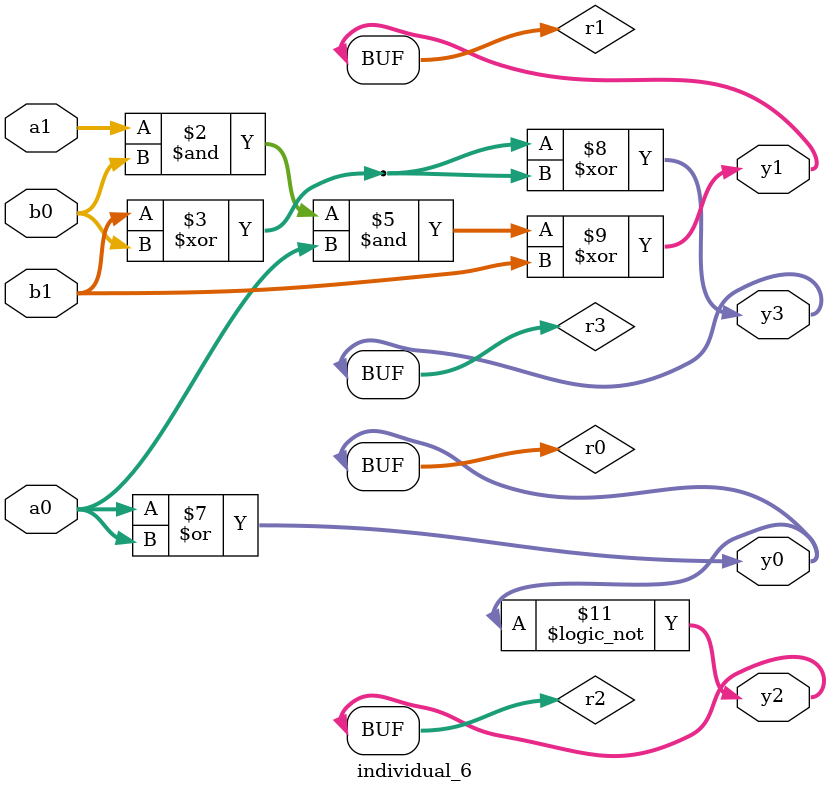
<source format=sv>
module individual_6(input logic [15:0] a1, input logic [15:0] a0, input logic [15:0] b1, input logic [15:0] b0, output logic [15:0] y3, output logic [15:0] y2, output logic [15:0] y1, output logic [15:0] y0);
logic [15:0] r0, r1, r2, r3; 
 always@(*) begin 
	 r0 = a0; r1 = a1; r2 = b0; r3 = b1; 
 	 r1  &=  r2 ;
 	 r3  ^=  b0 ;
 	 r2  |=  a0 ;
 	 r1  &=  r0 ;
 	 r2  &=  b0 ;
 	 r0  |=  a0 ;
 	 r3  ^=  r3 ;
 	 r1  ^=  b1 ;
 	 r2  |=  r0 ;
 	 r2 = ! r0 ;
 	 y3 = r3; y2 = r2; y1 = r1; y0 = r0; 
end
endmodule
</source>
